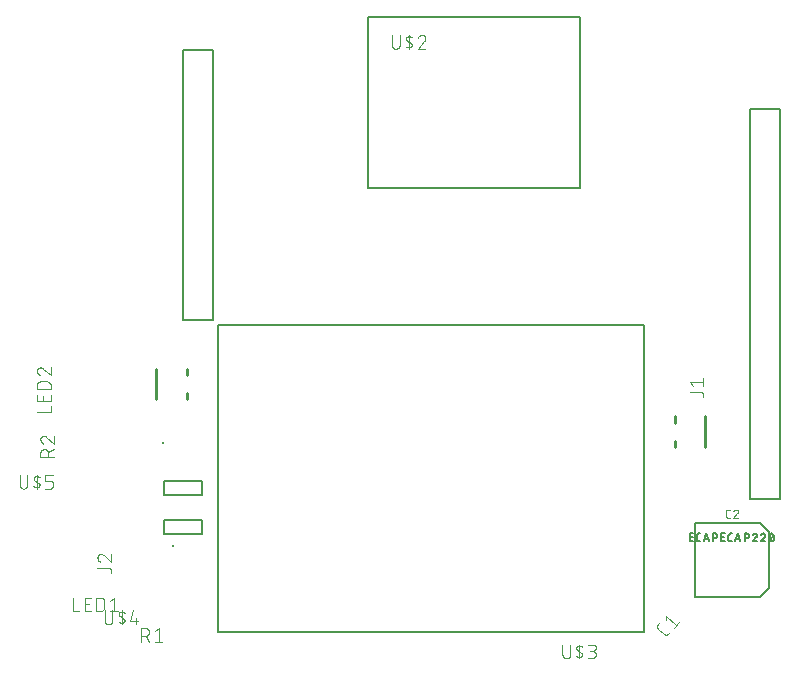
<source format=gbr>
G04 EAGLE Gerber RS-274X export*
G75*
%MOMM*%
%FSLAX34Y34*%
%LPD*%
%INSilkscreen Top*%
%IPPOS*%
%AMOC8*
5,1,8,0,0,1.08239X$1,22.5*%
G01*
%ADD10C,0.254000*%
%ADD11C,0.101600*%
%ADD12C,0.150000*%
%ADD13C,0.127000*%
%ADD14R,0.250000X0.250000*%
%ADD15C,0.076200*%


D10*
X699365Y398427D02*
X699365Y424427D01*
X673365Y424427D02*
X673365Y419307D01*
X673365Y403730D02*
X673365Y398427D01*
D11*
X686153Y445045D02*
X695240Y445045D01*
X695339Y445043D01*
X695439Y445037D01*
X695538Y445028D01*
X695636Y445015D01*
X695734Y444998D01*
X695832Y444977D01*
X695928Y444952D01*
X696023Y444924D01*
X696117Y444892D01*
X696210Y444857D01*
X696302Y444818D01*
X696392Y444775D01*
X696480Y444730D01*
X696567Y444680D01*
X696651Y444628D01*
X696734Y444572D01*
X696814Y444514D01*
X696892Y444452D01*
X696967Y444387D01*
X697040Y444319D01*
X697110Y444249D01*
X697178Y444176D01*
X697243Y444101D01*
X697305Y444023D01*
X697363Y443943D01*
X697419Y443860D01*
X697471Y443776D01*
X697521Y443689D01*
X697566Y443601D01*
X697609Y443511D01*
X697648Y443419D01*
X697683Y443326D01*
X697715Y443232D01*
X697743Y443137D01*
X697768Y443041D01*
X697789Y442943D01*
X697806Y442845D01*
X697819Y442747D01*
X697828Y442648D01*
X697834Y442548D01*
X697836Y442449D01*
X697837Y442449D02*
X697837Y441150D01*
X688749Y450319D02*
X686153Y453564D01*
X697837Y453564D01*
X697837Y450319D02*
X697837Y456810D01*
D10*
X234340Y464853D02*
X234340Y438853D01*
X260340Y438853D02*
X260340Y443973D01*
X260340Y459550D02*
X260340Y464853D01*
D11*
X193856Y296065D02*
X184768Y296065D01*
X193856Y296065D02*
X193955Y296063D01*
X194055Y296057D01*
X194154Y296048D01*
X194252Y296035D01*
X194350Y296018D01*
X194448Y295997D01*
X194544Y295972D01*
X194639Y295944D01*
X194733Y295912D01*
X194826Y295877D01*
X194918Y295838D01*
X195008Y295795D01*
X195096Y295750D01*
X195183Y295700D01*
X195267Y295648D01*
X195350Y295592D01*
X195430Y295534D01*
X195508Y295472D01*
X195583Y295407D01*
X195656Y295339D01*
X195726Y295269D01*
X195794Y295196D01*
X195859Y295121D01*
X195921Y295043D01*
X195979Y294963D01*
X196035Y294880D01*
X196087Y294796D01*
X196137Y294709D01*
X196182Y294621D01*
X196225Y294531D01*
X196264Y294439D01*
X196299Y294346D01*
X196331Y294252D01*
X196359Y294157D01*
X196384Y294061D01*
X196405Y293963D01*
X196422Y293865D01*
X196435Y293767D01*
X196444Y293668D01*
X196450Y293568D01*
X196452Y293469D01*
X196452Y292171D01*
X184768Y304909D02*
X184770Y305016D01*
X184776Y305122D01*
X184786Y305228D01*
X184799Y305334D01*
X184817Y305440D01*
X184838Y305544D01*
X184863Y305648D01*
X184892Y305751D01*
X184924Y305852D01*
X184961Y305952D01*
X185001Y306051D01*
X185044Y306149D01*
X185091Y306245D01*
X185142Y306339D01*
X185196Y306431D01*
X185253Y306521D01*
X185313Y306609D01*
X185377Y306694D01*
X185444Y306777D01*
X185514Y306858D01*
X185586Y306936D01*
X185662Y307012D01*
X185740Y307084D01*
X185821Y307154D01*
X185904Y307221D01*
X185989Y307285D01*
X186077Y307345D01*
X186167Y307402D01*
X186259Y307456D01*
X186353Y307507D01*
X186449Y307554D01*
X186547Y307597D01*
X186646Y307637D01*
X186746Y307674D01*
X186847Y307706D01*
X186950Y307735D01*
X187054Y307760D01*
X187158Y307781D01*
X187264Y307799D01*
X187370Y307812D01*
X187476Y307822D01*
X187582Y307828D01*
X187689Y307830D01*
X184768Y304909D02*
X184770Y304788D01*
X184776Y304667D01*
X184786Y304547D01*
X184799Y304426D01*
X184817Y304307D01*
X184838Y304187D01*
X184863Y304069D01*
X184892Y303952D01*
X184925Y303835D01*
X184961Y303720D01*
X185002Y303606D01*
X185045Y303493D01*
X185093Y303381D01*
X185144Y303272D01*
X185199Y303164D01*
X185257Y303057D01*
X185318Y302953D01*
X185383Y302851D01*
X185451Y302751D01*
X185522Y302653D01*
X185596Y302557D01*
X185673Y302464D01*
X185754Y302374D01*
X185837Y302286D01*
X185923Y302201D01*
X186012Y302118D01*
X186103Y302039D01*
X186197Y301962D01*
X186293Y301889D01*
X186391Y301819D01*
X186492Y301752D01*
X186595Y301688D01*
X186700Y301628D01*
X186807Y301570D01*
X186915Y301517D01*
X187025Y301467D01*
X187137Y301421D01*
X187250Y301378D01*
X187365Y301339D01*
X189961Y306855D02*
X189883Y306934D01*
X189803Y307010D01*
X189720Y307083D01*
X189634Y307153D01*
X189547Y307220D01*
X189456Y307284D01*
X189364Y307344D01*
X189270Y307402D01*
X189173Y307456D01*
X189075Y307506D01*
X188975Y307553D01*
X188874Y307597D01*
X188771Y307637D01*
X188666Y307673D01*
X188561Y307705D01*
X188454Y307734D01*
X188347Y307759D01*
X188238Y307781D01*
X188129Y307798D01*
X188020Y307812D01*
X187910Y307821D01*
X187799Y307827D01*
X187689Y307829D01*
X189961Y306856D02*
X196452Y301339D01*
X196452Y307830D01*
D12*
X413675Y762690D02*
X593675Y762690D01*
X593675Y617690D01*
X413675Y617690D01*
X413675Y762690D01*
D11*
X434183Y747382D02*
X434183Y738943D01*
X434182Y738943D02*
X434184Y738830D01*
X434190Y738717D01*
X434200Y738604D01*
X434214Y738491D01*
X434231Y738379D01*
X434253Y738268D01*
X434278Y738158D01*
X434308Y738048D01*
X434341Y737940D01*
X434378Y737833D01*
X434418Y737727D01*
X434463Y737623D01*
X434511Y737520D01*
X434562Y737419D01*
X434617Y737320D01*
X434675Y737223D01*
X434737Y737128D01*
X434802Y737035D01*
X434870Y736945D01*
X434941Y736857D01*
X435016Y736771D01*
X435093Y736688D01*
X435173Y736608D01*
X435256Y736531D01*
X435342Y736456D01*
X435430Y736385D01*
X435520Y736317D01*
X435613Y736252D01*
X435708Y736190D01*
X435805Y736132D01*
X435904Y736077D01*
X436005Y736026D01*
X436108Y735978D01*
X436212Y735933D01*
X436318Y735893D01*
X436425Y735856D01*
X436533Y735823D01*
X436643Y735793D01*
X436753Y735768D01*
X436864Y735746D01*
X436976Y735729D01*
X437089Y735715D01*
X437202Y735705D01*
X437315Y735699D01*
X437428Y735697D01*
X437541Y735699D01*
X437654Y735705D01*
X437767Y735715D01*
X437880Y735729D01*
X437992Y735746D01*
X438103Y735768D01*
X438213Y735793D01*
X438323Y735823D01*
X438431Y735856D01*
X438538Y735893D01*
X438644Y735933D01*
X438748Y735978D01*
X438851Y736026D01*
X438952Y736077D01*
X439051Y736132D01*
X439148Y736190D01*
X439243Y736252D01*
X439336Y736317D01*
X439426Y736385D01*
X439514Y736456D01*
X439600Y736531D01*
X439683Y736608D01*
X439763Y736688D01*
X439840Y736771D01*
X439915Y736857D01*
X439986Y736945D01*
X440054Y737035D01*
X440119Y737128D01*
X440181Y737223D01*
X440239Y737320D01*
X440294Y737419D01*
X440345Y737520D01*
X440393Y737623D01*
X440438Y737727D01*
X440478Y737833D01*
X440515Y737940D01*
X440548Y738048D01*
X440578Y738158D01*
X440603Y738268D01*
X440625Y738379D01*
X440642Y738491D01*
X440656Y738604D01*
X440666Y738717D01*
X440672Y738830D01*
X440674Y738943D01*
X440674Y747382D01*
X448477Y747382D02*
X448477Y735698D01*
X448477Y741540D02*
X446855Y742513D01*
X446854Y742513D02*
X446781Y742560D01*
X446710Y742609D01*
X446640Y742662D01*
X446574Y742718D01*
X446510Y742777D01*
X446448Y742838D01*
X446390Y742902D01*
X446334Y742969D01*
X446282Y743038D01*
X446232Y743110D01*
X446186Y743184D01*
X446143Y743259D01*
X446104Y743337D01*
X446068Y743416D01*
X446036Y743497D01*
X446007Y743579D01*
X445982Y743662D01*
X445961Y743746D01*
X445944Y743831D01*
X445930Y743917D01*
X445921Y744003D01*
X445915Y744090D01*
X445913Y744177D01*
X445915Y744264D01*
X445921Y744351D01*
X445931Y744437D01*
X445944Y744523D01*
X445962Y744608D01*
X445983Y744692D01*
X446008Y744775D01*
X446037Y744858D01*
X446069Y744938D01*
X446105Y745017D01*
X446144Y745095D01*
X446187Y745170D01*
X446234Y745244D01*
X446283Y745315D01*
X446336Y745385D01*
X446391Y745451D01*
X446450Y745515D01*
X446511Y745577D01*
X446576Y745636D01*
X446642Y745691D01*
X446711Y745744D01*
X446783Y745794D01*
X446856Y745840D01*
X446932Y745883D01*
X447009Y745922D01*
X447088Y745958D01*
X447169Y745991D01*
X447251Y746019D01*
X447334Y746045D01*
X447418Y746066D01*
X447504Y746083D01*
X447644Y746107D01*
X447786Y746127D01*
X447927Y746143D01*
X448069Y746154D01*
X448212Y746162D01*
X448354Y746166D01*
X448497Y746167D01*
X448640Y746163D01*
X448782Y746155D01*
X448924Y746143D01*
X449066Y746127D01*
X449207Y746108D01*
X449348Y746084D01*
X449488Y746057D01*
X449627Y746025D01*
X449765Y745990D01*
X449903Y745951D01*
X450039Y745908D01*
X450173Y745862D01*
X450307Y745811D01*
X450439Y745758D01*
X450569Y745700D01*
X450698Y745639D01*
X450825Y745574D01*
X450951Y745506D01*
X451074Y745434D01*
X448477Y741540D02*
X450100Y740566D01*
X450101Y740566D02*
X450174Y740519D01*
X450245Y740470D01*
X450315Y740417D01*
X450381Y740361D01*
X450445Y740302D01*
X450507Y740241D01*
X450565Y740177D01*
X450621Y740110D01*
X450673Y740041D01*
X450723Y739969D01*
X450769Y739895D01*
X450812Y739820D01*
X450851Y739742D01*
X450887Y739663D01*
X450919Y739582D01*
X450948Y739500D01*
X450973Y739417D01*
X450994Y739333D01*
X451011Y739248D01*
X451025Y739162D01*
X451034Y739076D01*
X451040Y738989D01*
X451042Y738902D01*
X451040Y738815D01*
X451034Y738728D01*
X451024Y738642D01*
X451011Y738556D01*
X450993Y738471D01*
X450972Y738387D01*
X450947Y738304D01*
X450918Y738221D01*
X450886Y738141D01*
X450850Y738062D01*
X450811Y737984D01*
X450768Y737909D01*
X450721Y737835D01*
X450672Y737764D01*
X450619Y737694D01*
X450564Y737628D01*
X450505Y737564D01*
X450444Y737502D01*
X450379Y737443D01*
X450313Y737388D01*
X450244Y737335D01*
X450172Y737285D01*
X450099Y737239D01*
X450023Y737196D01*
X449946Y737157D01*
X449867Y737121D01*
X449786Y737088D01*
X449704Y737060D01*
X449621Y737034D01*
X449537Y737013D01*
X449452Y736996D01*
X449451Y736996D02*
X449311Y736972D01*
X449169Y736952D01*
X449028Y736936D01*
X448886Y736925D01*
X448743Y736917D01*
X448601Y736913D01*
X448458Y736912D01*
X448315Y736916D01*
X448173Y736924D01*
X448031Y736936D01*
X447889Y736952D01*
X447748Y736971D01*
X447607Y736995D01*
X447467Y737022D01*
X447328Y737054D01*
X447190Y737089D01*
X447052Y737128D01*
X446916Y737171D01*
X446782Y737217D01*
X446648Y737268D01*
X446516Y737321D01*
X446386Y737379D01*
X446257Y737440D01*
X446130Y737505D01*
X446004Y737573D01*
X445881Y737645D01*
X459470Y747382D02*
X459577Y747380D01*
X459683Y747374D01*
X459789Y747364D01*
X459895Y747351D01*
X460001Y747333D01*
X460105Y747312D01*
X460209Y747287D01*
X460312Y747258D01*
X460413Y747226D01*
X460513Y747189D01*
X460612Y747149D01*
X460710Y747106D01*
X460806Y747059D01*
X460900Y747008D01*
X460992Y746954D01*
X461082Y746897D01*
X461170Y746837D01*
X461255Y746773D01*
X461338Y746706D01*
X461419Y746636D01*
X461497Y746564D01*
X461573Y746488D01*
X461645Y746410D01*
X461715Y746329D01*
X461782Y746246D01*
X461846Y746161D01*
X461906Y746073D01*
X461963Y745983D01*
X462017Y745891D01*
X462068Y745797D01*
X462115Y745701D01*
X462158Y745603D01*
X462198Y745504D01*
X462235Y745404D01*
X462267Y745303D01*
X462296Y745200D01*
X462321Y745096D01*
X462342Y744992D01*
X462360Y744886D01*
X462373Y744780D01*
X462383Y744674D01*
X462389Y744568D01*
X462391Y744461D01*
X459470Y747382D02*
X459349Y747380D01*
X459228Y747374D01*
X459108Y747364D01*
X458987Y747351D01*
X458868Y747333D01*
X458748Y747312D01*
X458630Y747287D01*
X458513Y747258D01*
X458396Y747225D01*
X458281Y747189D01*
X458167Y747148D01*
X458054Y747105D01*
X457942Y747057D01*
X457833Y747006D01*
X457725Y746951D01*
X457618Y746893D01*
X457514Y746832D01*
X457412Y746767D01*
X457312Y746699D01*
X457214Y746628D01*
X457118Y746554D01*
X457025Y746477D01*
X456935Y746396D01*
X456847Y746313D01*
X456762Y746227D01*
X456679Y746138D01*
X456600Y746047D01*
X456523Y745953D01*
X456450Y745857D01*
X456380Y745759D01*
X456313Y745658D01*
X456249Y745555D01*
X456189Y745450D01*
X456132Y745343D01*
X456078Y745235D01*
X456028Y745125D01*
X455982Y745013D01*
X455939Y744900D01*
X455900Y744785D01*
X461417Y742189D02*
X461496Y742266D01*
X461572Y742347D01*
X461645Y742430D01*
X461715Y742515D01*
X461782Y742603D01*
X461846Y742693D01*
X461906Y742785D01*
X461963Y742880D01*
X462017Y742976D01*
X462068Y743074D01*
X462115Y743174D01*
X462159Y743276D01*
X462199Y743379D01*
X462235Y743483D01*
X462267Y743589D01*
X462296Y743695D01*
X462321Y743803D01*
X462343Y743911D01*
X462360Y744021D01*
X462374Y744130D01*
X462383Y744240D01*
X462389Y744351D01*
X462391Y744461D01*
X461417Y742189D02*
X455900Y735698D01*
X462391Y735698D01*
D13*
X287210Y241843D02*
X647210Y241843D01*
X287210Y241843D02*
X287210Y501843D01*
X647210Y501843D01*
X647210Y241843D01*
D11*
X578494Y231335D02*
X578494Y222897D01*
X578496Y222784D01*
X578502Y222671D01*
X578512Y222558D01*
X578526Y222445D01*
X578543Y222333D01*
X578565Y222222D01*
X578590Y222112D01*
X578620Y222002D01*
X578653Y221894D01*
X578690Y221787D01*
X578730Y221681D01*
X578775Y221577D01*
X578823Y221474D01*
X578874Y221373D01*
X578929Y221274D01*
X578987Y221177D01*
X579049Y221082D01*
X579114Y220989D01*
X579182Y220899D01*
X579253Y220811D01*
X579328Y220725D01*
X579405Y220642D01*
X579485Y220562D01*
X579568Y220485D01*
X579654Y220410D01*
X579742Y220339D01*
X579832Y220271D01*
X579925Y220206D01*
X580020Y220144D01*
X580117Y220086D01*
X580216Y220031D01*
X580317Y219980D01*
X580420Y219932D01*
X580524Y219887D01*
X580630Y219847D01*
X580737Y219810D01*
X580845Y219777D01*
X580955Y219747D01*
X581065Y219722D01*
X581176Y219700D01*
X581288Y219683D01*
X581401Y219669D01*
X581514Y219659D01*
X581627Y219653D01*
X581740Y219651D01*
X581853Y219653D01*
X581966Y219659D01*
X582079Y219669D01*
X582192Y219683D01*
X582304Y219700D01*
X582415Y219722D01*
X582525Y219747D01*
X582635Y219777D01*
X582743Y219810D01*
X582850Y219847D01*
X582956Y219887D01*
X583060Y219932D01*
X583163Y219980D01*
X583264Y220031D01*
X583363Y220086D01*
X583460Y220144D01*
X583555Y220206D01*
X583648Y220271D01*
X583738Y220339D01*
X583826Y220410D01*
X583912Y220485D01*
X583995Y220562D01*
X584075Y220642D01*
X584152Y220725D01*
X584227Y220811D01*
X584298Y220899D01*
X584366Y220989D01*
X584431Y221082D01*
X584493Y221177D01*
X584551Y221274D01*
X584606Y221373D01*
X584657Y221474D01*
X584705Y221577D01*
X584750Y221681D01*
X584790Y221787D01*
X584827Y221894D01*
X584860Y222002D01*
X584890Y222112D01*
X584915Y222222D01*
X584937Y222333D01*
X584954Y222445D01*
X584968Y222558D01*
X584978Y222671D01*
X584984Y222784D01*
X584986Y222897D01*
X584985Y222897D02*
X584985Y231335D01*
X592789Y231335D02*
X592789Y219651D01*
X592789Y225493D02*
X591166Y226467D01*
X591165Y226467D02*
X591092Y226514D01*
X591021Y226563D01*
X590951Y226616D01*
X590885Y226672D01*
X590821Y226731D01*
X590759Y226792D01*
X590701Y226856D01*
X590645Y226923D01*
X590593Y226992D01*
X590543Y227064D01*
X590497Y227138D01*
X590454Y227213D01*
X590415Y227291D01*
X590379Y227370D01*
X590347Y227451D01*
X590318Y227533D01*
X590293Y227616D01*
X590272Y227700D01*
X590255Y227785D01*
X590241Y227871D01*
X590232Y227957D01*
X590226Y228044D01*
X590224Y228131D01*
X590226Y228218D01*
X590232Y228305D01*
X590242Y228391D01*
X590255Y228477D01*
X590273Y228562D01*
X590294Y228646D01*
X590319Y228729D01*
X590348Y228812D01*
X590380Y228892D01*
X590416Y228971D01*
X590455Y229049D01*
X590498Y229124D01*
X590545Y229198D01*
X590594Y229269D01*
X590647Y229339D01*
X590702Y229405D01*
X590761Y229469D01*
X590822Y229531D01*
X590887Y229590D01*
X590953Y229645D01*
X591022Y229698D01*
X591094Y229748D01*
X591167Y229794D01*
X591243Y229837D01*
X591320Y229876D01*
X591399Y229912D01*
X591480Y229945D01*
X591562Y229973D01*
X591645Y229999D01*
X591729Y230020D01*
X591815Y230037D01*
X591955Y230061D01*
X592097Y230081D01*
X592238Y230097D01*
X592380Y230108D01*
X592523Y230116D01*
X592665Y230120D01*
X592808Y230121D01*
X592951Y230117D01*
X593093Y230109D01*
X593235Y230097D01*
X593377Y230081D01*
X593518Y230062D01*
X593659Y230038D01*
X593799Y230011D01*
X593938Y229979D01*
X594076Y229944D01*
X594214Y229905D01*
X594350Y229862D01*
X594484Y229816D01*
X594618Y229765D01*
X594750Y229712D01*
X594880Y229654D01*
X595009Y229593D01*
X595136Y229528D01*
X595262Y229460D01*
X595385Y229388D01*
X592789Y225493D02*
X594411Y224520D01*
X594412Y224520D02*
X594485Y224473D01*
X594556Y224424D01*
X594626Y224371D01*
X594692Y224315D01*
X594756Y224256D01*
X594818Y224195D01*
X594876Y224131D01*
X594932Y224064D01*
X594984Y223995D01*
X595034Y223923D01*
X595080Y223849D01*
X595123Y223774D01*
X595162Y223696D01*
X595198Y223617D01*
X595230Y223536D01*
X595259Y223454D01*
X595284Y223371D01*
X595305Y223287D01*
X595322Y223202D01*
X595336Y223116D01*
X595345Y223030D01*
X595351Y222943D01*
X595353Y222856D01*
X595351Y222769D01*
X595345Y222682D01*
X595335Y222596D01*
X595322Y222510D01*
X595304Y222425D01*
X595283Y222341D01*
X595258Y222258D01*
X595229Y222175D01*
X595197Y222095D01*
X595161Y222016D01*
X595122Y221938D01*
X595079Y221863D01*
X595032Y221789D01*
X594983Y221718D01*
X594930Y221648D01*
X594875Y221582D01*
X594816Y221518D01*
X594755Y221456D01*
X594690Y221397D01*
X594624Y221342D01*
X594555Y221289D01*
X594483Y221239D01*
X594410Y221193D01*
X594334Y221150D01*
X594257Y221111D01*
X594178Y221075D01*
X594097Y221042D01*
X594015Y221014D01*
X593932Y220988D01*
X593848Y220967D01*
X593763Y220950D01*
X593762Y220950D02*
X593622Y220926D01*
X593480Y220906D01*
X593339Y220890D01*
X593197Y220879D01*
X593054Y220871D01*
X592912Y220867D01*
X592769Y220866D01*
X592626Y220870D01*
X592484Y220878D01*
X592342Y220890D01*
X592200Y220906D01*
X592059Y220925D01*
X591918Y220949D01*
X591778Y220976D01*
X591639Y221008D01*
X591501Y221043D01*
X591363Y221082D01*
X591227Y221125D01*
X591093Y221171D01*
X590959Y221222D01*
X590827Y221275D01*
X590697Y221333D01*
X590568Y221394D01*
X590441Y221459D01*
X590315Y221527D01*
X590192Y221599D01*
X600211Y219651D02*
X603457Y219651D01*
X603570Y219653D01*
X603683Y219659D01*
X603796Y219669D01*
X603909Y219683D01*
X604021Y219700D01*
X604132Y219722D01*
X604242Y219747D01*
X604352Y219777D01*
X604460Y219810D01*
X604567Y219847D01*
X604673Y219887D01*
X604777Y219932D01*
X604880Y219980D01*
X604981Y220031D01*
X605080Y220086D01*
X605177Y220144D01*
X605272Y220206D01*
X605365Y220271D01*
X605455Y220339D01*
X605543Y220410D01*
X605629Y220485D01*
X605712Y220562D01*
X605792Y220642D01*
X605869Y220725D01*
X605944Y220811D01*
X606015Y220899D01*
X606083Y220989D01*
X606148Y221082D01*
X606210Y221177D01*
X606268Y221274D01*
X606323Y221373D01*
X606374Y221474D01*
X606422Y221577D01*
X606467Y221681D01*
X606507Y221787D01*
X606544Y221894D01*
X606577Y222002D01*
X606607Y222112D01*
X606632Y222222D01*
X606654Y222333D01*
X606671Y222445D01*
X606685Y222558D01*
X606695Y222671D01*
X606701Y222784D01*
X606703Y222897D01*
X606701Y223010D01*
X606695Y223123D01*
X606685Y223236D01*
X606671Y223349D01*
X606654Y223461D01*
X606632Y223572D01*
X606607Y223682D01*
X606577Y223792D01*
X606544Y223900D01*
X606507Y224007D01*
X606467Y224113D01*
X606422Y224217D01*
X606374Y224320D01*
X606323Y224421D01*
X606268Y224520D01*
X606210Y224617D01*
X606148Y224712D01*
X606083Y224805D01*
X606015Y224895D01*
X605944Y224983D01*
X605869Y225069D01*
X605792Y225152D01*
X605712Y225232D01*
X605629Y225309D01*
X605543Y225384D01*
X605455Y225455D01*
X605365Y225523D01*
X605272Y225588D01*
X605177Y225650D01*
X605080Y225708D01*
X604981Y225763D01*
X604880Y225814D01*
X604777Y225862D01*
X604673Y225907D01*
X604567Y225947D01*
X604460Y225984D01*
X604352Y226017D01*
X604242Y226047D01*
X604132Y226072D01*
X604021Y226094D01*
X603909Y226111D01*
X603796Y226125D01*
X603683Y226135D01*
X603570Y226141D01*
X603457Y226143D01*
X604106Y231335D02*
X600211Y231335D01*
X604106Y231335D02*
X604207Y231333D01*
X604307Y231327D01*
X604407Y231317D01*
X604507Y231304D01*
X604606Y231286D01*
X604705Y231265D01*
X604802Y231240D01*
X604899Y231211D01*
X604994Y231178D01*
X605088Y231142D01*
X605180Y231102D01*
X605271Y231059D01*
X605360Y231012D01*
X605447Y230962D01*
X605533Y230908D01*
X605616Y230851D01*
X605696Y230791D01*
X605775Y230728D01*
X605851Y230661D01*
X605924Y230592D01*
X605994Y230520D01*
X606062Y230446D01*
X606127Y230369D01*
X606188Y230289D01*
X606247Y230207D01*
X606302Y230123D01*
X606354Y230037D01*
X606403Y229949D01*
X606448Y229859D01*
X606490Y229767D01*
X606528Y229674D01*
X606562Y229579D01*
X606593Y229484D01*
X606620Y229387D01*
X606643Y229289D01*
X606663Y229190D01*
X606678Y229090D01*
X606690Y228990D01*
X606698Y228890D01*
X606702Y228789D01*
X606702Y228689D01*
X606698Y228588D01*
X606690Y228488D01*
X606678Y228388D01*
X606663Y228288D01*
X606643Y228189D01*
X606620Y228091D01*
X606593Y227994D01*
X606562Y227899D01*
X606528Y227804D01*
X606490Y227711D01*
X606448Y227619D01*
X606403Y227529D01*
X606354Y227441D01*
X606302Y227355D01*
X606247Y227271D01*
X606188Y227189D01*
X606127Y227109D01*
X606062Y227032D01*
X605994Y226958D01*
X605924Y226886D01*
X605851Y226817D01*
X605775Y226750D01*
X605696Y226687D01*
X605616Y226627D01*
X605533Y226570D01*
X605447Y226516D01*
X605360Y226466D01*
X605271Y226419D01*
X605180Y226376D01*
X605088Y226336D01*
X604994Y226300D01*
X604899Y226267D01*
X604802Y226238D01*
X604705Y226213D01*
X604606Y226192D01*
X604507Y226174D01*
X604407Y226161D01*
X604307Y226151D01*
X604207Y226145D01*
X604106Y226143D01*
X601509Y226143D01*
D13*
X273411Y336964D02*
X241411Y336964D01*
X273411Y336964D02*
X273411Y324964D01*
X241411Y324964D01*
X241411Y336964D01*
D11*
X190919Y260156D02*
X190919Y251717D01*
X190921Y251604D01*
X190927Y251491D01*
X190937Y251378D01*
X190951Y251265D01*
X190968Y251153D01*
X190990Y251042D01*
X191015Y250932D01*
X191045Y250822D01*
X191078Y250714D01*
X191115Y250607D01*
X191155Y250501D01*
X191200Y250397D01*
X191248Y250294D01*
X191299Y250193D01*
X191354Y250094D01*
X191412Y249997D01*
X191474Y249902D01*
X191539Y249809D01*
X191607Y249719D01*
X191678Y249631D01*
X191753Y249545D01*
X191830Y249462D01*
X191910Y249382D01*
X191993Y249305D01*
X192079Y249230D01*
X192167Y249159D01*
X192257Y249091D01*
X192350Y249026D01*
X192445Y248964D01*
X192542Y248906D01*
X192641Y248851D01*
X192742Y248800D01*
X192845Y248752D01*
X192949Y248707D01*
X193055Y248667D01*
X193162Y248630D01*
X193270Y248597D01*
X193380Y248567D01*
X193490Y248542D01*
X193601Y248520D01*
X193713Y248503D01*
X193826Y248489D01*
X193939Y248479D01*
X194052Y248473D01*
X194165Y248471D01*
X194278Y248473D01*
X194391Y248479D01*
X194504Y248489D01*
X194617Y248503D01*
X194729Y248520D01*
X194840Y248542D01*
X194950Y248567D01*
X195060Y248597D01*
X195168Y248630D01*
X195275Y248667D01*
X195381Y248707D01*
X195485Y248752D01*
X195588Y248800D01*
X195689Y248851D01*
X195788Y248906D01*
X195885Y248964D01*
X195980Y249026D01*
X196073Y249091D01*
X196163Y249159D01*
X196251Y249230D01*
X196337Y249305D01*
X196420Y249382D01*
X196500Y249462D01*
X196577Y249545D01*
X196652Y249631D01*
X196723Y249719D01*
X196791Y249809D01*
X196856Y249902D01*
X196918Y249997D01*
X196976Y250094D01*
X197031Y250193D01*
X197082Y250294D01*
X197130Y250397D01*
X197175Y250501D01*
X197215Y250607D01*
X197252Y250714D01*
X197285Y250822D01*
X197315Y250932D01*
X197340Y251042D01*
X197362Y251153D01*
X197379Y251265D01*
X197393Y251378D01*
X197403Y251491D01*
X197409Y251604D01*
X197411Y251717D01*
X197410Y251717D02*
X197410Y260156D01*
X205214Y260156D02*
X205214Y248472D01*
X205214Y254314D02*
X203591Y255287D01*
X203518Y255334D01*
X203447Y255383D01*
X203377Y255436D01*
X203311Y255492D01*
X203247Y255551D01*
X203185Y255612D01*
X203127Y255676D01*
X203071Y255743D01*
X203019Y255812D01*
X202969Y255884D01*
X202923Y255958D01*
X202880Y256033D01*
X202841Y256111D01*
X202805Y256190D01*
X202773Y256271D01*
X202744Y256353D01*
X202719Y256436D01*
X202698Y256520D01*
X202681Y256605D01*
X202667Y256691D01*
X202658Y256777D01*
X202652Y256864D01*
X202650Y256951D01*
X202652Y257038D01*
X202658Y257125D01*
X202668Y257211D01*
X202681Y257297D01*
X202699Y257382D01*
X202720Y257466D01*
X202745Y257549D01*
X202774Y257632D01*
X202806Y257712D01*
X202842Y257791D01*
X202881Y257869D01*
X202924Y257944D01*
X202971Y258018D01*
X203020Y258089D01*
X203073Y258159D01*
X203128Y258225D01*
X203187Y258289D01*
X203248Y258351D01*
X203313Y258410D01*
X203379Y258465D01*
X203448Y258518D01*
X203520Y258568D01*
X203593Y258614D01*
X203669Y258657D01*
X203746Y258696D01*
X203825Y258732D01*
X203906Y258765D01*
X203988Y258793D01*
X204071Y258819D01*
X204155Y258840D01*
X204241Y258857D01*
X204240Y258858D02*
X204380Y258882D01*
X204522Y258902D01*
X204663Y258918D01*
X204805Y258929D01*
X204948Y258937D01*
X205090Y258941D01*
X205233Y258942D01*
X205376Y258938D01*
X205518Y258930D01*
X205660Y258918D01*
X205802Y258902D01*
X205943Y258883D01*
X206084Y258859D01*
X206224Y258832D01*
X206363Y258800D01*
X206501Y258765D01*
X206639Y258726D01*
X206775Y258683D01*
X206909Y258637D01*
X207043Y258586D01*
X207175Y258533D01*
X207305Y258475D01*
X207434Y258414D01*
X207561Y258349D01*
X207687Y258281D01*
X207810Y258209D01*
X205214Y254314D02*
X206837Y253340D01*
X206910Y253293D01*
X206981Y253244D01*
X207051Y253191D01*
X207117Y253135D01*
X207181Y253076D01*
X207243Y253015D01*
X207301Y252951D01*
X207357Y252884D01*
X207409Y252815D01*
X207459Y252743D01*
X207505Y252669D01*
X207548Y252594D01*
X207587Y252516D01*
X207623Y252437D01*
X207655Y252356D01*
X207684Y252274D01*
X207709Y252191D01*
X207730Y252107D01*
X207747Y252022D01*
X207761Y251936D01*
X207770Y251850D01*
X207776Y251763D01*
X207778Y251676D01*
X207776Y251589D01*
X207770Y251502D01*
X207760Y251416D01*
X207747Y251330D01*
X207729Y251245D01*
X207708Y251161D01*
X207683Y251078D01*
X207654Y250995D01*
X207622Y250915D01*
X207586Y250836D01*
X207547Y250758D01*
X207504Y250683D01*
X207457Y250609D01*
X207408Y250538D01*
X207355Y250468D01*
X207300Y250402D01*
X207241Y250338D01*
X207180Y250276D01*
X207115Y250217D01*
X207049Y250162D01*
X206980Y250109D01*
X206908Y250059D01*
X206835Y250013D01*
X206759Y249970D01*
X206682Y249931D01*
X206603Y249895D01*
X206522Y249862D01*
X206440Y249834D01*
X206357Y249808D01*
X206273Y249787D01*
X206188Y249770D01*
X206187Y249770D02*
X206047Y249746D01*
X205905Y249726D01*
X205764Y249710D01*
X205622Y249699D01*
X205479Y249691D01*
X205337Y249687D01*
X205194Y249686D01*
X205051Y249690D01*
X204909Y249698D01*
X204767Y249710D01*
X204625Y249726D01*
X204484Y249745D01*
X204343Y249769D01*
X204203Y249796D01*
X204064Y249828D01*
X203926Y249863D01*
X203788Y249902D01*
X203652Y249945D01*
X203518Y249991D01*
X203384Y250042D01*
X203252Y250095D01*
X203122Y250153D01*
X202993Y250214D01*
X202866Y250279D01*
X202740Y250347D01*
X202617Y250419D01*
X212636Y251068D02*
X215233Y260156D01*
X212636Y251068D02*
X219127Y251068D01*
X217180Y253665D02*
X217180Y248472D01*
D13*
X241411Y369824D02*
X273411Y369824D01*
X273411Y357824D01*
X241411Y357824D01*
X241411Y369824D01*
D11*
X118919Y366577D02*
X118919Y375016D01*
X118919Y366577D02*
X118921Y366464D01*
X118927Y366351D01*
X118937Y366238D01*
X118951Y366125D01*
X118968Y366013D01*
X118990Y365902D01*
X119015Y365792D01*
X119045Y365682D01*
X119078Y365574D01*
X119115Y365467D01*
X119155Y365361D01*
X119200Y365257D01*
X119248Y365154D01*
X119299Y365053D01*
X119354Y364954D01*
X119412Y364857D01*
X119474Y364762D01*
X119539Y364669D01*
X119607Y364579D01*
X119678Y364491D01*
X119753Y364405D01*
X119830Y364322D01*
X119910Y364242D01*
X119993Y364165D01*
X120079Y364090D01*
X120167Y364019D01*
X120257Y363951D01*
X120350Y363886D01*
X120445Y363824D01*
X120542Y363766D01*
X120641Y363711D01*
X120742Y363660D01*
X120845Y363612D01*
X120949Y363567D01*
X121055Y363527D01*
X121162Y363490D01*
X121270Y363457D01*
X121380Y363427D01*
X121490Y363402D01*
X121601Y363380D01*
X121713Y363363D01*
X121826Y363349D01*
X121939Y363339D01*
X122052Y363333D01*
X122165Y363331D01*
X122278Y363333D01*
X122391Y363339D01*
X122504Y363349D01*
X122617Y363363D01*
X122729Y363380D01*
X122840Y363402D01*
X122950Y363427D01*
X123060Y363457D01*
X123168Y363490D01*
X123275Y363527D01*
X123381Y363567D01*
X123485Y363612D01*
X123588Y363660D01*
X123689Y363711D01*
X123788Y363766D01*
X123885Y363824D01*
X123980Y363886D01*
X124073Y363951D01*
X124163Y364019D01*
X124251Y364090D01*
X124337Y364165D01*
X124420Y364242D01*
X124500Y364322D01*
X124577Y364405D01*
X124652Y364491D01*
X124723Y364579D01*
X124791Y364669D01*
X124856Y364762D01*
X124918Y364857D01*
X124976Y364954D01*
X125031Y365053D01*
X125082Y365154D01*
X125130Y365257D01*
X125175Y365361D01*
X125215Y365467D01*
X125252Y365574D01*
X125285Y365682D01*
X125315Y365792D01*
X125340Y365902D01*
X125362Y366013D01*
X125379Y366125D01*
X125393Y366238D01*
X125403Y366351D01*
X125409Y366464D01*
X125411Y366577D01*
X125410Y366577D02*
X125410Y375016D01*
X133214Y375016D02*
X133214Y363332D01*
X133214Y369174D02*
X131591Y370147D01*
X131518Y370194D01*
X131447Y370243D01*
X131377Y370296D01*
X131311Y370352D01*
X131247Y370411D01*
X131185Y370472D01*
X131127Y370536D01*
X131071Y370603D01*
X131019Y370672D01*
X130969Y370744D01*
X130923Y370818D01*
X130880Y370893D01*
X130841Y370971D01*
X130805Y371050D01*
X130773Y371131D01*
X130744Y371213D01*
X130719Y371296D01*
X130698Y371380D01*
X130681Y371465D01*
X130667Y371551D01*
X130658Y371637D01*
X130652Y371724D01*
X130650Y371811D01*
X130652Y371898D01*
X130658Y371985D01*
X130668Y372071D01*
X130681Y372157D01*
X130699Y372242D01*
X130720Y372326D01*
X130745Y372409D01*
X130774Y372492D01*
X130806Y372572D01*
X130842Y372651D01*
X130881Y372729D01*
X130924Y372804D01*
X130971Y372878D01*
X131020Y372949D01*
X131073Y373019D01*
X131128Y373085D01*
X131187Y373149D01*
X131248Y373211D01*
X131313Y373270D01*
X131379Y373325D01*
X131448Y373378D01*
X131520Y373428D01*
X131593Y373474D01*
X131669Y373517D01*
X131746Y373556D01*
X131825Y373592D01*
X131906Y373625D01*
X131988Y373653D01*
X132071Y373679D01*
X132155Y373700D01*
X132241Y373717D01*
X132240Y373718D02*
X132380Y373742D01*
X132522Y373762D01*
X132663Y373778D01*
X132805Y373789D01*
X132948Y373797D01*
X133090Y373801D01*
X133233Y373802D01*
X133376Y373798D01*
X133518Y373790D01*
X133660Y373778D01*
X133802Y373762D01*
X133943Y373743D01*
X134084Y373719D01*
X134224Y373692D01*
X134363Y373660D01*
X134501Y373625D01*
X134639Y373586D01*
X134775Y373543D01*
X134909Y373497D01*
X135043Y373446D01*
X135175Y373393D01*
X135305Y373335D01*
X135434Y373274D01*
X135561Y373209D01*
X135687Y373141D01*
X135810Y373069D01*
X133214Y369174D02*
X134837Y368200D01*
X134910Y368153D01*
X134981Y368104D01*
X135051Y368051D01*
X135117Y367995D01*
X135181Y367936D01*
X135243Y367875D01*
X135301Y367811D01*
X135357Y367744D01*
X135409Y367675D01*
X135459Y367603D01*
X135505Y367529D01*
X135548Y367454D01*
X135587Y367376D01*
X135623Y367297D01*
X135655Y367216D01*
X135684Y367134D01*
X135709Y367051D01*
X135730Y366967D01*
X135747Y366882D01*
X135761Y366796D01*
X135770Y366710D01*
X135776Y366623D01*
X135778Y366536D01*
X135776Y366449D01*
X135770Y366362D01*
X135760Y366276D01*
X135747Y366190D01*
X135729Y366105D01*
X135708Y366021D01*
X135683Y365938D01*
X135654Y365855D01*
X135622Y365775D01*
X135586Y365696D01*
X135547Y365618D01*
X135504Y365543D01*
X135457Y365469D01*
X135408Y365398D01*
X135355Y365328D01*
X135300Y365262D01*
X135241Y365198D01*
X135180Y365136D01*
X135115Y365077D01*
X135049Y365022D01*
X134980Y364969D01*
X134908Y364919D01*
X134835Y364873D01*
X134759Y364830D01*
X134682Y364791D01*
X134603Y364755D01*
X134522Y364722D01*
X134440Y364694D01*
X134357Y364668D01*
X134273Y364647D01*
X134188Y364630D01*
X134187Y364630D02*
X134047Y364606D01*
X133905Y364586D01*
X133764Y364570D01*
X133622Y364559D01*
X133479Y364551D01*
X133337Y364547D01*
X133194Y364546D01*
X133051Y364550D01*
X132909Y364558D01*
X132767Y364570D01*
X132625Y364586D01*
X132484Y364605D01*
X132343Y364629D01*
X132203Y364656D01*
X132064Y364688D01*
X131926Y364723D01*
X131788Y364762D01*
X131652Y364805D01*
X131518Y364851D01*
X131384Y364902D01*
X131252Y364955D01*
X131122Y365013D01*
X130993Y365074D01*
X130866Y365139D01*
X130740Y365207D01*
X130617Y365279D01*
X140636Y363332D02*
X144531Y363332D01*
X144630Y363334D01*
X144730Y363340D01*
X144829Y363349D01*
X144927Y363362D01*
X145025Y363379D01*
X145123Y363400D01*
X145219Y363425D01*
X145314Y363453D01*
X145408Y363485D01*
X145501Y363520D01*
X145593Y363559D01*
X145683Y363602D01*
X145771Y363647D01*
X145858Y363697D01*
X145942Y363749D01*
X146025Y363805D01*
X146105Y363863D01*
X146183Y363925D01*
X146258Y363990D01*
X146331Y364058D01*
X146401Y364128D01*
X146469Y364201D01*
X146534Y364276D01*
X146596Y364354D01*
X146654Y364434D01*
X146710Y364517D01*
X146762Y364601D01*
X146812Y364688D01*
X146857Y364776D01*
X146900Y364866D01*
X146939Y364958D01*
X146974Y365051D01*
X147006Y365145D01*
X147034Y365240D01*
X147059Y365336D01*
X147080Y365434D01*
X147097Y365532D01*
X147110Y365630D01*
X147119Y365729D01*
X147125Y365829D01*
X147127Y365928D01*
X147127Y367226D01*
X147125Y367325D01*
X147119Y367425D01*
X147110Y367524D01*
X147097Y367622D01*
X147080Y367720D01*
X147059Y367818D01*
X147034Y367914D01*
X147006Y368009D01*
X146974Y368103D01*
X146939Y368196D01*
X146900Y368288D01*
X146857Y368378D01*
X146812Y368466D01*
X146762Y368553D01*
X146710Y368637D01*
X146654Y368720D01*
X146596Y368800D01*
X146534Y368878D01*
X146469Y368953D01*
X146401Y369026D01*
X146331Y369096D01*
X146258Y369164D01*
X146183Y369229D01*
X146105Y369291D01*
X146025Y369349D01*
X145942Y369405D01*
X145858Y369457D01*
X145771Y369507D01*
X145683Y369552D01*
X145593Y369595D01*
X145501Y369634D01*
X145408Y369669D01*
X145314Y369701D01*
X145219Y369729D01*
X145123Y369754D01*
X145025Y369775D01*
X144927Y369792D01*
X144829Y369805D01*
X144730Y369814D01*
X144630Y369820D01*
X144531Y369822D01*
X144531Y369823D02*
X140636Y369823D01*
X140636Y375016D01*
X147127Y375016D01*
D13*
X737500Y685100D02*
X762500Y685100D01*
X762500Y354900D02*
X737500Y354900D01*
X737500Y685100D01*
X762500Y685100D02*
X762500Y354900D01*
X282500Y505700D02*
X282500Y734300D01*
X257500Y734300D02*
X257500Y505700D01*
X282500Y505700D01*
X282500Y734300D02*
X257500Y734300D01*
D14*
X248750Y315000D03*
D11*
X164101Y271142D02*
X164101Y259458D01*
X169293Y259458D01*
X174007Y259458D02*
X179199Y259458D01*
X174007Y259458D02*
X174007Y271142D01*
X179199Y271142D01*
X177901Y265949D02*
X174007Y265949D01*
X183890Y271142D02*
X183890Y259458D01*
X183890Y271142D02*
X187135Y271142D01*
X187248Y271140D01*
X187361Y271134D01*
X187474Y271124D01*
X187587Y271110D01*
X187699Y271093D01*
X187810Y271071D01*
X187920Y271046D01*
X188030Y271016D01*
X188138Y270983D01*
X188245Y270946D01*
X188351Y270906D01*
X188455Y270861D01*
X188558Y270813D01*
X188659Y270762D01*
X188758Y270707D01*
X188855Y270649D01*
X188950Y270587D01*
X189043Y270522D01*
X189133Y270454D01*
X189221Y270383D01*
X189307Y270308D01*
X189390Y270231D01*
X189470Y270151D01*
X189547Y270068D01*
X189622Y269982D01*
X189693Y269894D01*
X189761Y269804D01*
X189826Y269711D01*
X189888Y269616D01*
X189946Y269519D01*
X190001Y269420D01*
X190052Y269319D01*
X190100Y269216D01*
X190145Y269112D01*
X190185Y269006D01*
X190222Y268899D01*
X190255Y268791D01*
X190285Y268681D01*
X190310Y268571D01*
X190332Y268460D01*
X190349Y268348D01*
X190363Y268235D01*
X190373Y268122D01*
X190379Y268009D01*
X190381Y267896D01*
X190381Y262704D01*
X190382Y262704D02*
X190380Y262591D01*
X190374Y262478D01*
X190364Y262365D01*
X190350Y262252D01*
X190333Y262140D01*
X190311Y262029D01*
X190286Y261919D01*
X190256Y261809D01*
X190223Y261701D01*
X190186Y261594D01*
X190146Y261488D01*
X190101Y261384D01*
X190053Y261281D01*
X190002Y261180D01*
X189947Y261081D01*
X189889Y260984D01*
X189827Y260889D01*
X189762Y260796D01*
X189694Y260706D01*
X189623Y260618D01*
X189548Y260532D01*
X189471Y260449D01*
X189391Y260369D01*
X189308Y260292D01*
X189222Y260217D01*
X189134Y260146D01*
X189044Y260078D01*
X188951Y260013D01*
X188856Y259951D01*
X188759Y259893D01*
X188660Y259838D01*
X188559Y259787D01*
X188456Y259739D01*
X188352Y259694D01*
X188246Y259654D01*
X188139Y259617D01*
X188031Y259584D01*
X187921Y259554D01*
X187811Y259529D01*
X187700Y259507D01*
X187588Y259490D01*
X187475Y259476D01*
X187362Y259466D01*
X187249Y259460D01*
X187136Y259458D01*
X187135Y259458D02*
X183890Y259458D01*
X195701Y268546D02*
X198946Y271142D01*
X198946Y259458D01*
X195701Y259458D02*
X202192Y259458D01*
D14*
X240000Y402250D03*
D11*
X145142Y427808D02*
X133458Y427808D01*
X145142Y427808D02*
X145142Y433001D01*
X145142Y437714D02*
X145142Y442907D01*
X145142Y437714D02*
X133458Y437714D01*
X133458Y442907D01*
X138651Y441609D02*
X138651Y437714D01*
X133458Y447597D02*
X145142Y447597D01*
X133458Y447597D02*
X133458Y450843D01*
X133460Y450956D01*
X133466Y451069D01*
X133476Y451182D01*
X133490Y451295D01*
X133507Y451407D01*
X133529Y451518D01*
X133554Y451628D01*
X133584Y451738D01*
X133617Y451846D01*
X133654Y451953D01*
X133694Y452059D01*
X133739Y452163D01*
X133787Y452266D01*
X133838Y452367D01*
X133893Y452466D01*
X133951Y452563D01*
X134013Y452658D01*
X134078Y452751D01*
X134146Y452841D01*
X134217Y452929D01*
X134292Y453015D01*
X134369Y453098D01*
X134449Y453178D01*
X134532Y453255D01*
X134618Y453330D01*
X134706Y453401D01*
X134796Y453469D01*
X134889Y453534D01*
X134984Y453596D01*
X135081Y453654D01*
X135180Y453709D01*
X135281Y453760D01*
X135384Y453808D01*
X135488Y453853D01*
X135594Y453893D01*
X135701Y453930D01*
X135809Y453963D01*
X135919Y453993D01*
X136029Y454018D01*
X136140Y454040D01*
X136252Y454057D01*
X136365Y454071D01*
X136478Y454081D01*
X136591Y454087D01*
X136704Y454089D01*
X141896Y454089D01*
X142009Y454087D01*
X142122Y454081D01*
X142235Y454071D01*
X142348Y454057D01*
X142460Y454040D01*
X142571Y454018D01*
X142681Y453993D01*
X142791Y453963D01*
X142899Y453930D01*
X143006Y453893D01*
X143112Y453853D01*
X143216Y453808D01*
X143319Y453760D01*
X143420Y453709D01*
X143519Y453654D01*
X143616Y453596D01*
X143711Y453534D01*
X143804Y453469D01*
X143894Y453401D01*
X143982Y453330D01*
X144068Y453255D01*
X144151Y453178D01*
X144231Y453098D01*
X144308Y453015D01*
X144383Y452929D01*
X144454Y452841D01*
X144522Y452751D01*
X144587Y452658D01*
X144649Y452563D01*
X144707Y452466D01*
X144762Y452367D01*
X144813Y452266D01*
X144861Y452163D01*
X144906Y452059D01*
X144946Y451953D01*
X144983Y451846D01*
X145016Y451738D01*
X145046Y451628D01*
X145071Y451518D01*
X145093Y451407D01*
X145110Y451295D01*
X145124Y451182D01*
X145134Y451069D01*
X145140Y450956D01*
X145142Y450843D01*
X145142Y447597D01*
X133458Y462978D02*
X133460Y463085D01*
X133466Y463191D01*
X133476Y463297D01*
X133489Y463403D01*
X133507Y463509D01*
X133528Y463613D01*
X133553Y463717D01*
X133582Y463820D01*
X133614Y463921D01*
X133651Y464021D01*
X133691Y464120D01*
X133734Y464218D01*
X133781Y464314D01*
X133832Y464408D01*
X133886Y464500D01*
X133943Y464590D01*
X134003Y464678D01*
X134067Y464763D01*
X134134Y464846D01*
X134204Y464927D01*
X134276Y465005D01*
X134352Y465081D01*
X134430Y465153D01*
X134511Y465223D01*
X134594Y465290D01*
X134679Y465354D01*
X134767Y465414D01*
X134857Y465471D01*
X134949Y465525D01*
X135043Y465576D01*
X135139Y465623D01*
X135237Y465666D01*
X135336Y465706D01*
X135436Y465743D01*
X135537Y465775D01*
X135640Y465804D01*
X135744Y465829D01*
X135848Y465850D01*
X135954Y465868D01*
X136060Y465881D01*
X136166Y465891D01*
X136272Y465897D01*
X136379Y465899D01*
X133458Y462978D02*
X133460Y462857D01*
X133466Y462736D01*
X133476Y462616D01*
X133489Y462495D01*
X133507Y462376D01*
X133528Y462256D01*
X133553Y462138D01*
X133582Y462021D01*
X133615Y461904D01*
X133651Y461789D01*
X133692Y461675D01*
X133735Y461562D01*
X133783Y461450D01*
X133834Y461341D01*
X133889Y461233D01*
X133947Y461126D01*
X134008Y461022D01*
X134073Y460920D01*
X134141Y460820D01*
X134212Y460722D01*
X134286Y460626D01*
X134363Y460533D01*
X134444Y460443D01*
X134527Y460355D01*
X134613Y460270D01*
X134702Y460187D01*
X134793Y460108D01*
X134887Y460031D01*
X134983Y459958D01*
X135081Y459888D01*
X135182Y459821D01*
X135285Y459757D01*
X135390Y459697D01*
X135497Y459639D01*
X135605Y459586D01*
X135715Y459536D01*
X135827Y459490D01*
X135940Y459447D01*
X136055Y459408D01*
X138651Y464925D02*
X138573Y465004D01*
X138493Y465080D01*
X138410Y465153D01*
X138324Y465223D01*
X138237Y465290D01*
X138146Y465354D01*
X138054Y465414D01*
X137960Y465472D01*
X137863Y465526D01*
X137765Y465576D01*
X137665Y465623D01*
X137564Y465667D01*
X137461Y465707D01*
X137356Y465743D01*
X137251Y465775D01*
X137144Y465804D01*
X137037Y465829D01*
X136928Y465851D01*
X136819Y465868D01*
X136710Y465882D01*
X136600Y465891D01*
X136489Y465897D01*
X136379Y465899D01*
X138651Y464926D02*
X145142Y459408D01*
X145142Y465899D01*
X221995Y245142D02*
X221995Y233458D01*
X221995Y245142D02*
X225240Y245142D01*
X225353Y245140D01*
X225466Y245134D01*
X225579Y245124D01*
X225692Y245110D01*
X225804Y245093D01*
X225915Y245071D01*
X226025Y245046D01*
X226135Y245016D01*
X226243Y244983D01*
X226350Y244946D01*
X226456Y244906D01*
X226560Y244861D01*
X226663Y244813D01*
X226764Y244762D01*
X226863Y244707D01*
X226960Y244649D01*
X227055Y244587D01*
X227148Y244522D01*
X227238Y244454D01*
X227326Y244383D01*
X227412Y244308D01*
X227495Y244231D01*
X227575Y244151D01*
X227652Y244068D01*
X227727Y243982D01*
X227798Y243894D01*
X227866Y243804D01*
X227931Y243711D01*
X227993Y243616D01*
X228051Y243519D01*
X228106Y243420D01*
X228157Y243319D01*
X228205Y243216D01*
X228250Y243112D01*
X228290Y243006D01*
X228327Y242899D01*
X228360Y242791D01*
X228390Y242681D01*
X228415Y242571D01*
X228437Y242460D01*
X228454Y242348D01*
X228468Y242235D01*
X228478Y242122D01*
X228484Y242009D01*
X228486Y241896D01*
X228484Y241783D01*
X228478Y241670D01*
X228468Y241557D01*
X228454Y241444D01*
X228437Y241332D01*
X228415Y241221D01*
X228390Y241111D01*
X228360Y241001D01*
X228327Y240893D01*
X228290Y240786D01*
X228250Y240680D01*
X228205Y240576D01*
X228157Y240473D01*
X228106Y240372D01*
X228051Y240273D01*
X227993Y240176D01*
X227931Y240081D01*
X227866Y239988D01*
X227798Y239898D01*
X227727Y239810D01*
X227652Y239724D01*
X227575Y239641D01*
X227495Y239561D01*
X227412Y239484D01*
X227326Y239409D01*
X227238Y239338D01*
X227148Y239270D01*
X227055Y239205D01*
X226960Y239143D01*
X226863Y239085D01*
X226764Y239030D01*
X226663Y238979D01*
X226560Y238931D01*
X226456Y238886D01*
X226350Y238846D01*
X226243Y238809D01*
X226135Y238776D01*
X226025Y238746D01*
X225915Y238721D01*
X225804Y238699D01*
X225692Y238682D01*
X225579Y238668D01*
X225466Y238658D01*
X225353Y238652D01*
X225240Y238650D01*
X225240Y238651D02*
X221995Y238651D01*
X225889Y238651D02*
X228486Y233458D01*
X233351Y242546D02*
X236596Y245142D01*
X236596Y233458D01*
X233351Y233458D02*
X239842Y233458D01*
X148142Y390158D02*
X136458Y390158D01*
X136458Y393404D01*
X136460Y393517D01*
X136466Y393630D01*
X136476Y393743D01*
X136490Y393856D01*
X136507Y393968D01*
X136529Y394079D01*
X136554Y394189D01*
X136584Y394299D01*
X136617Y394407D01*
X136654Y394514D01*
X136694Y394620D01*
X136739Y394724D01*
X136787Y394827D01*
X136838Y394928D01*
X136893Y395027D01*
X136951Y395124D01*
X137013Y395219D01*
X137078Y395312D01*
X137146Y395402D01*
X137217Y395490D01*
X137292Y395576D01*
X137369Y395659D01*
X137449Y395739D01*
X137532Y395816D01*
X137618Y395891D01*
X137706Y395962D01*
X137796Y396030D01*
X137889Y396095D01*
X137984Y396157D01*
X138081Y396215D01*
X138180Y396270D01*
X138281Y396321D01*
X138384Y396369D01*
X138488Y396414D01*
X138594Y396454D01*
X138701Y396491D01*
X138809Y396524D01*
X138919Y396554D01*
X139029Y396579D01*
X139140Y396601D01*
X139252Y396618D01*
X139365Y396632D01*
X139478Y396642D01*
X139591Y396648D01*
X139704Y396650D01*
X139817Y396648D01*
X139930Y396642D01*
X140043Y396632D01*
X140156Y396618D01*
X140268Y396601D01*
X140379Y396579D01*
X140489Y396554D01*
X140599Y396524D01*
X140707Y396491D01*
X140814Y396454D01*
X140920Y396414D01*
X141024Y396369D01*
X141127Y396321D01*
X141228Y396270D01*
X141327Y396215D01*
X141424Y396157D01*
X141519Y396095D01*
X141612Y396030D01*
X141702Y395962D01*
X141790Y395891D01*
X141876Y395816D01*
X141959Y395739D01*
X142039Y395659D01*
X142116Y395576D01*
X142191Y395490D01*
X142262Y395402D01*
X142330Y395312D01*
X142395Y395219D01*
X142457Y395124D01*
X142515Y395027D01*
X142570Y394928D01*
X142621Y394827D01*
X142669Y394724D01*
X142714Y394620D01*
X142754Y394514D01*
X142791Y394407D01*
X142824Y394299D01*
X142854Y394189D01*
X142879Y394079D01*
X142901Y393968D01*
X142918Y393856D01*
X142932Y393743D01*
X142942Y393630D01*
X142948Y393517D01*
X142950Y393404D01*
X142949Y393404D02*
X142949Y390158D01*
X142949Y394053D02*
X148142Y396649D01*
X139379Y408005D02*
X139272Y408003D01*
X139166Y407997D01*
X139060Y407987D01*
X138954Y407974D01*
X138848Y407956D01*
X138744Y407935D01*
X138640Y407910D01*
X138537Y407881D01*
X138436Y407849D01*
X138336Y407812D01*
X138237Y407772D01*
X138139Y407729D01*
X138043Y407682D01*
X137949Y407631D01*
X137857Y407577D01*
X137767Y407520D01*
X137679Y407460D01*
X137594Y407396D01*
X137511Y407329D01*
X137430Y407259D01*
X137352Y407187D01*
X137276Y407111D01*
X137204Y407033D01*
X137134Y406952D01*
X137067Y406869D01*
X137003Y406784D01*
X136943Y406696D01*
X136886Y406606D01*
X136832Y406514D01*
X136781Y406420D01*
X136734Y406324D01*
X136691Y406226D01*
X136651Y406127D01*
X136614Y406027D01*
X136582Y405926D01*
X136553Y405823D01*
X136528Y405719D01*
X136507Y405615D01*
X136489Y405509D01*
X136476Y405403D01*
X136466Y405297D01*
X136460Y405191D01*
X136458Y405084D01*
X136460Y404963D01*
X136466Y404842D01*
X136476Y404722D01*
X136489Y404601D01*
X136507Y404482D01*
X136528Y404362D01*
X136553Y404244D01*
X136582Y404127D01*
X136615Y404010D01*
X136651Y403895D01*
X136692Y403781D01*
X136735Y403668D01*
X136783Y403556D01*
X136834Y403447D01*
X136889Y403339D01*
X136947Y403232D01*
X137008Y403128D01*
X137073Y403026D01*
X137141Y402926D01*
X137212Y402828D01*
X137286Y402732D01*
X137363Y402639D01*
X137444Y402549D01*
X137527Y402461D01*
X137613Y402376D01*
X137702Y402293D01*
X137793Y402214D01*
X137887Y402137D01*
X137983Y402064D01*
X138081Y401994D01*
X138182Y401927D01*
X138285Y401863D01*
X138390Y401803D01*
X138497Y401745D01*
X138605Y401692D01*
X138715Y401642D01*
X138827Y401596D01*
X138940Y401553D01*
X139055Y401514D01*
X141651Y407031D02*
X141573Y407110D01*
X141493Y407186D01*
X141410Y407259D01*
X141324Y407329D01*
X141237Y407396D01*
X141146Y407460D01*
X141054Y407520D01*
X140960Y407578D01*
X140863Y407632D01*
X140765Y407682D01*
X140665Y407729D01*
X140564Y407773D01*
X140461Y407813D01*
X140356Y407849D01*
X140251Y407881D01*
X140144Y407910D01*
X140037Y407935D01*
X139928Y407957D01*
X139819Y407974D01*
X139710Y407988D01*
X139600Y407997D01*
X139489Y408003D01*
X139379Y408005D01*
X141651Y407032D02*
X148142Y401514D01*
X148142Y408005D01*
X667812Y240429D02*
X669616Y242297D01*
X667811Y240430D02*
X667741Y240359D01*
X667668Y240292D01*
X667592Y240227D01*
X667514Y240166D01*
X667434Y240107D01*
X667351Y240052D01*
X667267Y239999D01*
X667180Y239950D01*
X667092Y239905D01*
X667002Y239862D01*
X666910Y239824D01*
X666817Y239788D01*
X666723Y239757D01*
X666628Y239729D01*
X666531Y239704D01*
X666434Y239684D01*
X666336Y239667D01*
X666237Y239654D01*
X666138Y239644D01*
X666039Y239639D01*
X665940Y239637D01*
X665840Y239639D01*
X665741Y239645D01*
X665642Y239655D01*
X665543Y239668D01*
X665445Y239685D01*
X665348Y239706D01*
X665252Y239731D01*
X665157Y239759D01*
X665062Y239791D01*
X664969Y239827D01*
X664878Y239866D01*
X664788Y239909D01*
X664700Y239954D01*
X664614Y240004D01*
X664529Y240056D01*
X664447Y240112D01*
X664367Y240171D01*
X664289Y240233D01*
X664214Y240298D01*
X664141Y240366D01*
X664141Y240365D02*
X659472Y244874D01*
X659471Y244874D02*
X659401Y244944D01*
X659333Y245017D01*
X659269Y245093D01*
X659207Y245171D01*
X659148Y245252D01*
X659093Y245334D01*
X659040Y245419D01*
X658991Y245505D01*
X658946Y245594D01*
X658903Y245684D01*
X658865Y245775D01*
X658829Y245868D01*
X658798Y245963D01*
X658770Y246058D01*
X658745Y246155D01*
X658725Y246252D01*
X658708Y246350D01*
X658695Y246449D01*
X658685Y246548D01*
X658680Y246647D01*
X658678Y246746D01*
X658680Y246846D01*
X658686Y246945D01*
X658696Y247044D01*
X658709Y247143D01*
X658726Y247241D01*
X658747Y247338D01*
X658772Y247434D01*
X658800Y247530D01*
X658832Y247624D01*
X658868Y247717D01*
X658907Y247808D01*
X658950Y247898D01*
X658996Y247986D01*
X659045Y248073D01*
X659098Y248157D01*
X659153Y248240D01*
X659212Y248320D01*
X659274Y248398D01*
X659339Y248473D01*
X659407Y248546D01*
X661211Y250413D01*
X666111Y251750D02*
X666498Y255888D01*
X674903Y247772D01*
X677157Y250106D02*
X672648Y245437D01*
D13*
X690500Y271500D02*
X745500Y271500D01*
X753500Y279500D01*
X753500Y326500D01*
X745500Y334500D01*
X690500Y334500D01*
X690500Y271500D01*
D15*
X718586Y338381D02*
X720195Y338381D01*
X718586Y338381D02*
X718507Y338383D01*
X718428Y338389D01*
X718350Y338398D01*
X718272Y338412D01*
X718195Y338429D01*
X718119Y338450D01*
X718044Y338475D01*
X717971Y338503D01*
X717898Y338535D01*
X717828Y338571D01*
X717759Y338610D01*
X717693Y338652D01*
X717628Y338697D01*
X717566Y338746D01*
X717506Y338798D01*
X717449Y338852D01*
X717395Y338909D01*
X717343Y338969D01*
X717294Y339031D01*
X717249Y339096D01*
X717207Y339162D01*
X717168Y339231D01*
X717132Y339301D01*
X717100Y339374D01*
X717072Y339447D01*
X717047Y339522D01*
X717026Y339598D01*
X717009Y339675D01*
X716995Y339753D01*
X716986Y339831D01*
X716980Y339910D01*
X716978Y339989D01*
X716978Y344011D01*
X716979Y344011D02*
X716981Y344090D01*
X716987Y344169D01*
X716996Y344247D01*
X717010Y344325D01*
X717027Y344402D01*
X717048Y344478D01*
X717073Y344553D01*
X717101Y344626D01*
X717133Y344699D01*
X717169Y344769D01*
X717208Y344838D01*
X717250Y344904D01*
X717295Y344969D01*
X717344Y345031D01*
X717396Y345091D01*
X717450Y345148D01*
X717507Y345202D01*
X717567Y345254D01*
X717629Y345303D01*
X717694Y345348D01*
X717760Y345390D01*
X717829Y345429D01*
X717899Y345465D01*
X717972Y345497D01*
X718045Y345525D01*
X718120Y345550D01*
X718196Y345571D01*
X718273Y345588D01*
X718351Y345602D01*
X718429Y345611D01*
X718508Y345617D01*
X718587Y345619D01*
X718586Y345619D02*
X720195Y345619D01*
X725213Y345620D02*
X725297Y345618D01*
X725380Y345612D01*
X725463Y345603D01*
X725546Y345589D01*
X725627Y345572D01*
X725708Y345551D01*
X725788Y345526D01*
X725867Y345498D01*
X725944Y345466D01*
X726020Y345430D01*
X726094Y345391D01*
X726166Y345349D01*
X726236Y345303D01*
X726304Y345254D01*
X726369Y345202D01*
X726432Y345148D01*
X726493Y345090D01*
X726551Y345029D01*
X726605Y344966D01*
X726657Y344901D01*
X726706Y344833D01*
X726752Y344763D01*
X726794Y344691D01*
X726833Y344617D01*
X726869Y344541D01*
X726901Y344464D01*
X726929Y344385D01*
X726954Y344305D01*
X726975Y344224D01*
X726992Y344143D01*
X727006Y344060D01*
X727015Y343977D01*
X727021Y343894D01*
X727023Y343810D01*
X725213Y345619D02*
X725119Y345617D01*
X725025Y345611D01*
X724931Y345602D01*
X724837Y345588D01*
X724745Y345571D01*
X724653Y345550D01*
X724562Y345526D01*
X724472Y345498D01*
X724383Y345466D01*
X724295Y345430D01*
X724210Y345391D01*
X724125Y345349D01*
X724043Y345303D01*
X723962Y345254D01*
X723884Y345202D01*
X723808Y345146D01*
X723734Y345088D01*
X723662Y345026D01*
X723593Y344962D01*
X723527Y344895D01*
X723463Y344825D01*
X723403Y344753D01*
X723345Y344678D01*
X723290Y344601D01*
X723239Y344522D01*
X723191Y344441D01*
X723146Y344358D01*
X723104Y344274D01*
X723066Y344187D01*
X723032Y344099D01*
X723001Y344010D01*
X726419Y342402D02*
X726481Y342464D01*
X726540Y342528D01*
X726596Y342596D01*
X726649Y342665D01*
X726699Y342737D01*
X726746Y342811D01*
X726789Y342887D01*
X726829Y342965D01*
X726865Y343044D01*
X726897Y343125D01*
X726926Y343208D01*
X726952Y343292D01*
X726973Y343376D01*
X726991Y343462D01*
X727004Y343548D01*
X727014Y343635D01*
X727020Y343723D01*
X727022Y343810D01*
X726419Y342402D02*
X723001Y338381D01*
X727022Y338381D01*
D13*
X689412Y318635D02*
X686421Y318635D01*
X686421Y325365D01*
X689412Y325365D01*
X688665Y322374D02*
X686421Y322374D01*
X693864Y318635D02*
X695360Y318635D01*
X693864Y318635D02*
X693788Y318637D01*
X693713Y318643D01*
X693637Y318652D01*
X693563Y318666D01*
X693489Y318683D01*
X693416Y318704D01*
X693344Y318728D01*
X693274Y318756D01*
X693205Y318788D01*
X693138Y318823D01*
X693073Y318861D01*
X693009Y318903D01*
X692948Y318948D01*
X692890Y318996D01*
X692833Y319047D01*
X692780Y319100D01*
X692729Y319157D01*
X692681Y319215D01*
X692636Y319276D01*
X692594Y319340D01*
X692556Y319405D01*
X692521Y319472D01*
X692489Y319541D01*
X692461Y319611D01*
X692437Y319683D01*
X692416Y319756D01*
X692399Y319830D01*
X692385Y319904D01*
X692376Y319980D01*
X692370Y320055D01*
X692368Y320131D01*
X692369Y320131D02*
X692369Y323870D01*
X692368Y323870D02*
X692370Y323946D01*
X692376Y324021D01*
X692385Y324097D01*
X692399Y324171D01*
X692416Y324245D01*
X692437Y324318D01*
X692461Y324390D01*
X692489Y324460D01*
X692521Y324529D01*
X692556Y324596D01*
X692594Y324661D01*
X692636Y324725D01*
X692681Y324786D01*
X692729Y324844D01*
X692780Y324901D01*
X692833Y324954D01*
X692890Y325005D01*
X692948Y325053D01*
X693009Y325098D01*
X693073Y325140D01*
X693138Y325178D01*
X693205Y325213D01*
X693274Y325245D01*
X693344Y325273D01*
X693416Y325297D01*
X693489Y325318D01*
X693563Y325335D01*
X693637Y325349D01*
X693713Y325358D01*
X693788Y325364D01*
X693864Y325366D01*
X693864Y325365D02*
X695360Y325365D01*
X700269Y325365D02*
X698026Y318635D01*
X702513Y318635D02*
X700269Y325365D01*
X698587Y320318D02*
X701952Y320318D01*
X705999Y318635D02*
X705999Y325365D01*
X707869Y325365D01*
X707954Y325363D01*
X708039Y325357D01*
X708123Y325348D01*
X708208Y325334D01*
X708291Y325317D01*
X708373Y325296D01*
X708455Y325271D01*
X708535Y325242D01*
X708614Y325210D01*
X708691Y325175D01*
X708766Y325135D01*
X708840Y325093D01*
X708912Y325047D01*
X708981Y324998D01*
X709049Y324946D01*
X709113Y324891D01*
X709175Y324833D01*
X709235Y324772D01*
X709292Y324708D01*
X709345Y324642D01*
X709396Y324574D01*
X709443Y324503D01*
X709488Y324431D01*
X709528Y324356D01*
X709566Y324279D01*
X709600Y324201D01*
X709630Y324122D01*
X709657Y324041D01*
X709680Y323959D01*
X709699Y323876D01*
X709714Y323793D01*
X709726Y323708D01*
X709734Y323624D01*
X709738Y323539D01*
X709738Y323453D01*
X709734Y323368D01*
X709726Y323284D01*
X709714Y323199D01*
X709699Y323116D01*
X709680Y323033D01*
X709657Y322951D01*
X709630Y322870D01*
X709600Y322791D01*
X709566Y322713D01*
X709528Y322636D01*
X709488Y322562D01*
X709443Y322489D01*
X709396Y322418D01*
X709345Y322350D01*
X709292Y322284D01*
X709235Y322220D01*
X709175Y322159D01*
X709113Y322101D01*
X709049Y322046D01*
X708981Y321994D01*
X708912Y321945D01*
X708840Y321899D01*
X708766Y321857D01*
X708691Y321817D01*
X708614Y321782D01*
X708535Y321750D01*
X708455Y321721D01*
X708373Y321696D01*
X708291Y321675D01*
X708208Y321658D01*
X708123Y321644D01*
X708039Y321635D01*
X707954Y321629D01*
X707869Y321627D01*
X707869Y321626D02*
X705999Y321626D01*
X713061Y318635D02*
X716052Y318635D01*
X713061Y318635D02*
X713061Y325365D01*
X716052Y325365D01*
X715305Y322374D02*
X713061Y322374D01*
X720504Y318635D02*
X722000Y318635D01*
X720504Y318635D02*
X720428Y318637D01*
X720353Y318643D01*
X720277Y318652D01*
X720203Y318666D01*
X720129Y318683D01*
X720056Y318704D01*
X719984Y318728D01*
X719914Y318756D01*
X719845Y318788D01*
X719778Y318823D01*
X719713Y318861D01*
X719649Y318903D01*
X719588Y318948D01*
X719530Y318996D01*
X719473Y319047D01*
X719420Y319100D01*
X719369Y319157D01*
X719321Y319215D01*
X719276Y319276D01*
X719234Y319340D01*
X719196Y319405D01*
X719161Y319472D01*
X719129Y319541D01*
X719101Y319611D01*
X719077Y319683D01*
X719056Y319756D01*
X719039Y319830D01*
X719025Y319904D01*
X719016Y319980D01*
X719010Y320055D01*
X719008Y320131D01*
X719009Y320131D02*
X719009Y323870D01*
X719008Y323870D02*
X719010Y323946D01*
X719016Y324021D01*
X719025Y324097D01*
X719039Y324171D01*
X719056Y324245D01*
X719077Y324318D01*
X719101Y324390D01*
X719129Y324460D01*
X719161Y324529D01*
X719196Y324596D01*
X719234Y324661D01*
X719276Y324725D01*
X719321Y324786D01*
X719369Y324844D01*
X719420Y324901D01*
X719473Y324954D01*
X719530Y325005D01*
X719588Y325053D01*
X719649Y325098D01*
X719713Y325140D01*
X719778Y325178D01*
X719845Y325213D01*
X719914Y325245D01*
X719984Y325273D01*
X720056Y325297D01*
X720129Y325318D01*
X720203Y325335D01*
X720277Y325349D01*
X720353Y325358D01*
X720428Y325364D01*
X720504Y325366D01*
X720504Y325365D02*
X722000Y325365D01*
X726909Y325365D02*
X724666Y318635D01*
X729153Y318635D02*
X726909Y325365D01*
X725227Y320318D02*
X728592Y320318D01*
X732639Y318635D02*
X732639Y325365D01*
X734508Y325365D01*
X734593Y325363D01*
X734678Y325357D01*
X734762Y325348D01*
X734847Y325334D01*
X734930Y325317D01*
X735012Y325296D01*
X735094Y325271D01*
X735174Y325242D01*
X735253Y325210D01*
X735330Y325175D01*
X735405Y325135D01*
X735479Y325093D01*
X735551Y325047D01*
X735620Y324998D01*
X735688Y324946D01*
X735752Y324891D01*
X735814Y324833D01*
X735874Y324772D01*
X735931Y324708D01*
X735984Y324642D01*
X736035Y324574D01*
X736082Y324503D01*
X736127Y324431D01*
X736167Y324356D01*
X736205Y324279D01*
X736239Y324201D01*
X736269Y324122D01*
X736296Y324041D01*
X736319Y323959D01*
X736338Y323876D01*
X736353Y323793D01*
X736365Y323708D01*
X736373Y323624D01*
X736377Y323539D01*
X736377Y323453D01*
X736373Y323368D01*
X736365Y323284D01*
X736353Y323199D01*
X736338Y323116D01*
X736319Y323033D01*
X736296Y322951D01*
X736269Y322870D01*
X736239Y322791D01*
X736205Y322713D01*
X736167Y322636D01*
X736127Y322562D01*
X736082Y322489D01*
X736035Y322418D01*
X735984Y322350D01*
X735931Y322284D01*
X735874Y322220D01*
X735814Y322159D01*
X735752Y322101D01*
X735688Y322046D01*
X735620Y321994D01*
X735551Y321945D01*
X735479Y321899D01*
X735405Y321857D01*
X735330Y321817D01*
X735253Y321782D01*
X735174Y321750D01*
X735094Y321721D01*
X735012Y321696D01*
X734930Y321675D01*
X734847Y321658D01*
X734762Y321644D01*
X734678Y321635D01*
X734593Y321629D01*
X734508Y321627D01*
X734508Y321626D02*
X732639Y321626D01*
X741496Y325366D02*
X741576Y325364D01*
X741656Y325358D01*
X741736Y325349D01*
X741815Y325336D01*
X741893Y325319D01*
X741970Y325298D01*
X742046Y325273D01*
X742122Y325245D01*
X742195Y325214D01*
X742267Y325179D01*
X742338Y325141D01*
X742406Y325099D01*
X742472Y325054D01*
X742536Y325006D01*
X742598Y324955D01*
X742657Y324901D01*
X742714Y324844D01*
X742768Y324785D01*
X742819Y324723D01*
X742867Y324659D01*
X742912Y324593D01*
X742954Y324525D01*
X742992Y324454D01*
X743027Y324382D01*
X743058Y324309D01*
X743086Y324233D01*
X743111Y324157D01*
X743132Y324080D01*
X743149Y324002D01*
X743162Y323923D01*
X743171Y323843D01*
X743177Y323763D01*
X743179Y323683D01*
X741496Y325366D02*
X741405Y325364D01*
X741315Y325358D01*
X741225Y325349D01*
X741135Y325336D01*
X741046Y325319D01*
X740958Y325298D01*
X740871Y325274D01*
X740784Y325246D01*
X740700Y325214D01*
X740616Y325179D01*
X740534Y325140D01*
X740454Y325098D01*
X740375Y325053D01*
X740299Y325004D01*
X740224Y324952D01*
X740152Y324898D01*
X740082Y324840D01*
X740015Y324779D01*
X739950Y324716D01*
X739888Y324650D01*
X739829Y324581D01*
X739773Y324510D01*
X739720Y324437D01*
X739670Y324361D01*
X739623Y324283D01*
X739579Y324204D01*
X739539Y324123D01*
X739502Y324040D01*
X739469Y323956D01*
X739439Y323870D01*
X742618Y322374D02*
X742676Y322432D01*
X742731Y322492D01*
X742783Y322554D01*
X742832Y322619D01*
X742879Y322685D01*
X742922Y322754D01*
X742962Y322825D01*
X742999Y322897D01*
X743033Y322971D01*
X743063Y323047D01*
X743090Y323123D01*
X743114Y323201D01*
X743133Y323280D01*
X743150Y323360D01*
X743163Y323440D01*
X743172Y323521D01*
X743177Y323602D01*
X743179Y323683D01*
X742618Y322374D02*
X739440Y318635D01*
X743179Y318635D01*
X748696Y325366D02*
X748776Y325364D01*
X748856Y325358D01*
X748936Y325349D01*
X749015Y325336D01*
X749093Y325319D01*
X749170Y325298D01*
X749246Y325273D01*
X749322Y325245D01*
X749395Y325214D01*
X749467Y325179D01*
X749538Y325141D01*
X749606Y325099D01*
X749672Y325054D01*
X749736Y325006D01*
X749798Y324955D01*
X749857Y324901D01*
X749914Y324844D01*
X749968Y324785D01*
X750019Y324723D01*
X750067Y324659D01*
X750112Y324593D01*
X750154Y324525D01*
X750192Y324454D01*
X750227Y324382D01*
X750258Y324309D01*
X750286Y324233D01*
X750311Y324157D01*
X750332Y324080D01*
X750349Y324002D01*
X750362Y323923D01*
X750371Y323843D01*
X750377Y323763D01*
X750379Y323683D01*
X748696Y325366D02*
X748605Y325364D01*
X748515Y325358D01*
X748425Y325349D01*
X748335Y325336D01*
X748246Y325319D01*
X748158Y325298D01*
X748071Y325274D01*
X747984Y325246D01*
X747900Y325214D01*
X747816Y325179D01*
X747734Y325140D01*
X747654Y325098D01*
X747575Y325053D01*
X747499Y325004D01*
X747424Y324952D01*
X747352Y324898D01*
X747282Y324840D01*
X747215Y324779D01*
X747150Y324716D01*
X747088Y324650D01*
X747029Y324581D01*
X746973Y324510D01*
X746920Y324437D01*
X746870Y324361D01*
X746823Y324283D01*
X746779Y324204D01*
X746739Y324123D01*
X746702Y324040D01*
X746669Y323956D01*
X746639Y323870D01*
X749818Y322374D02*
X749876Y322432D01*
X749931Y322492D01*
X749983Y322554D01*
X750032Y322619D01*
X750079Y322685D01*
X750122Y322754D01*
X750162Y322825D01*
X750199Y322897D01*
X750233Y322971D01*
X750263Y323047D01*
X750290Y323123D01*
X750314Y323201D01*
X750333Y323280D01*
X750350Y323360D01*
X750363Y323440D01*
X750372Y323521D01*
X750377Y323602D01*
X750379Y323683D01*
X749818Y322374D02*
X746640Y318635D01*
X750379Y318635D01*
X753840Y322000D02*
X753842Y322148D01*
X753848Y322296D01*
X753858Y322443D01*
X753872Y322591D01*
X753889Y322738D01*
X753911Y322884D01*
X753936Y323030D01*
X753966Y323175D01*
X753999Y323319D01*
X754036Y323462D01*
X754077Y323604D01*
X754122Y323746D01*
X754170Y323885D01*
X754222Y324024D01*
X754278Y324161D01*
X754338Y324296D01*
X754401Y324430D01*
X754401Y324431D02*
X754426Y324498D01*
X754454Y324563D01*
X754486Y324627D01*
X754521Y324690D01*
X754559Y324750D01*
X754600Y324808D01*
X754644Y324865D01*
X754691Y324918D01*
X754741Y324970D01*
X754793Y325018D01*
X754848Y325064D01*
X754905Y325107D01*
X754964Y325147D01*
X755026Y325184D01*
X755089Y325218D01*
X755153Y325248D01*
X755219Y325275D01*
X755287Y325299D01*
X755356Y325319D01*
X755425Y325336D01*
X755495Y325348D01*
X755566Y325358D01*
X755638Y325363D01*
X755709Y325365D01*
X755780Y325363D01*
X755852Y325358D01*
X755923Y325348D01*
X755993Y325336D01*
X756062Y325319D01*
X756131Y325299D01*
X756199Y325275D01*
X756265Y325248D01*
X756329Y325218D01*
X756392Y325184D01*
X756454Y325147D01*
X756513Y325107D01*
X756570Y325064D01*
X756625Y325018D01*
X756677Y324970D01*
X756727Y324918D01*
X756774Y324865D01*
X756818Y324808D01*
X756859Y324750D01*
X756897Y324689D01*
X756932Y324627D01*
X756964Y324563D01*
X756992Y324497D01*
X757017Y324430D01*
X757018Y324430D02*
X757081Y324296D01*
X757141Y324161D01*
X757197Y324024D01*
X757249Y323885D01*
X757297Y323746D01*
X757342Y323605D01*
X757383Y323462D01*
X757420Y323319D01*
X757453Y323175D01*
X757483Y323030D01*
X757508Y322884D01*
X757530Y322738D01*
X757547Y322591D01*
X757561Y322443D01*
X757571Y322296D01*
X757577Y322148D01*
X757579Y322000D01*
X753840Y322000D02*
X753842Y321852D01*
X753848Y321704D01*
X753858Y321557D01*
X753872Y321409D01*
X753889Y321262D01*
X753911Y321116D01*
X753936Y320970D01*
X753966Y320825D01*
X753999Y320681D01*
X754036Y320538D01*
X754077Y320396D01*
X754122Y320255D01*
X754170Y320115D01*
X754222Y319976D01*
X754278Y319839D01*
X754338Y319704D01*
X754401Y319570D01*
X754401Y319569D02*
X754426Y319502D01*
X754454Y319437D01*
X754486Y319373D01*
X754521Y319310D01*
X754559Y319250D01*
X754600Y319192D01*
X754644Y319135D01*
X754691Y319082D01*
X754741Y319030D01*
X754793Y318982D01*
X754848Y318936D01*
X754905Y318893D01*
X754964Y318853D01*
X755026Y318816D01*
X755089Y318782D01*
X755153Y318752D01*
X755219Y318725D01*
X755287Y318701D01*
X755356Y318681D01*
X755425Y318664D01*
X755495Y318652D01*
X755566Y318642D01*
X755638Y318637D01*
X755709Y318635D01*
X757018Y319570D02*
X757081Y319704D01*
X757141Y319839D01*
X757197Y319976D01*
X757249Y320115D01*
X757297Y320254D01*
X757342Y320395D01*
X757383Y320538D01*
X757420Y320681D01*
X757453Y320825D01*
X757483Y320970D01*
X757508Y321116D01*
X757530Y321262D01*
X757547Y321409D01*
X757561Y321557D01*
X757571Y321704D01*
X757577Y321852D01*
X757579Y322000D01*
X757017Y319569D02*
X756992Y319502D01*
X756964Y319437D01*
X756932Y319373D01*
X756897Y319310D01*
X756859Y319250D01*
X756818Y319192D01*
X756774Y319135D01*
X756727Y319082D01*
X756677Y319030D01*
X756625Y318982D01*
X756570Y318936D01*
X756513Y318893D01*
X756454Y318853D01*
X756392Y318816D01*
X756329Y318782D01*
X756265Y318752D01*
X756199Y318725D01*
X756131Y318701D01*
X756062Y318681D01*
X755993Y318664D01*
X755923Y318652D01*
X755852Y318642D01*
X755780Y318637D01*
X755709Y318635D01*
X754214Y320131D02*
X757205Y323870D01*
M02*

</source>
